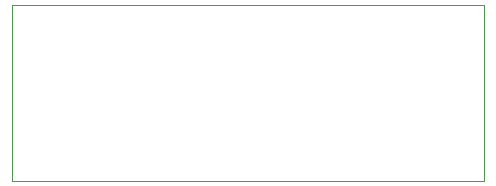
<source format=gm1>
%TF.GenerationSoftware,KiCad,Pcbnew,(6.0.4-0)*%
%TF.CreationDate,2022-05-11T16:37:38-04:00*%
%TF.ProjectId,Master_Warning,4d617374-6572-45f5-9761-726e696e672e,v02*%
%TF.SameCoordinates,Original*%
%TF.FileFunction,Profile,NP*%
%FSLAX46Y46*%
G04 Gerber Fmt 4.6, Leading zero omitted, Abs format (unit mm)*
G04 Created by KiCad (PCBNEW (6.0.4-0)) date 2022-05-11 16:37:38*
%MOMM*%
%LPD*%
G01*
G04 APERTURE LIST*
%TA.AperFunction,Profile*%
%ADD10C,0.111396*%
%TD*%
G04 APERTURE END LIST*
%TO.C,svg2mod*%
D10*
X235502403Y-93635810D02*
X195613800Y-93635810D01*
X195613800Y-78747206D01*
X235502403Y-78747206D01*
X235502403Y-93635810D01*
%TD*%
M02*

</source>
